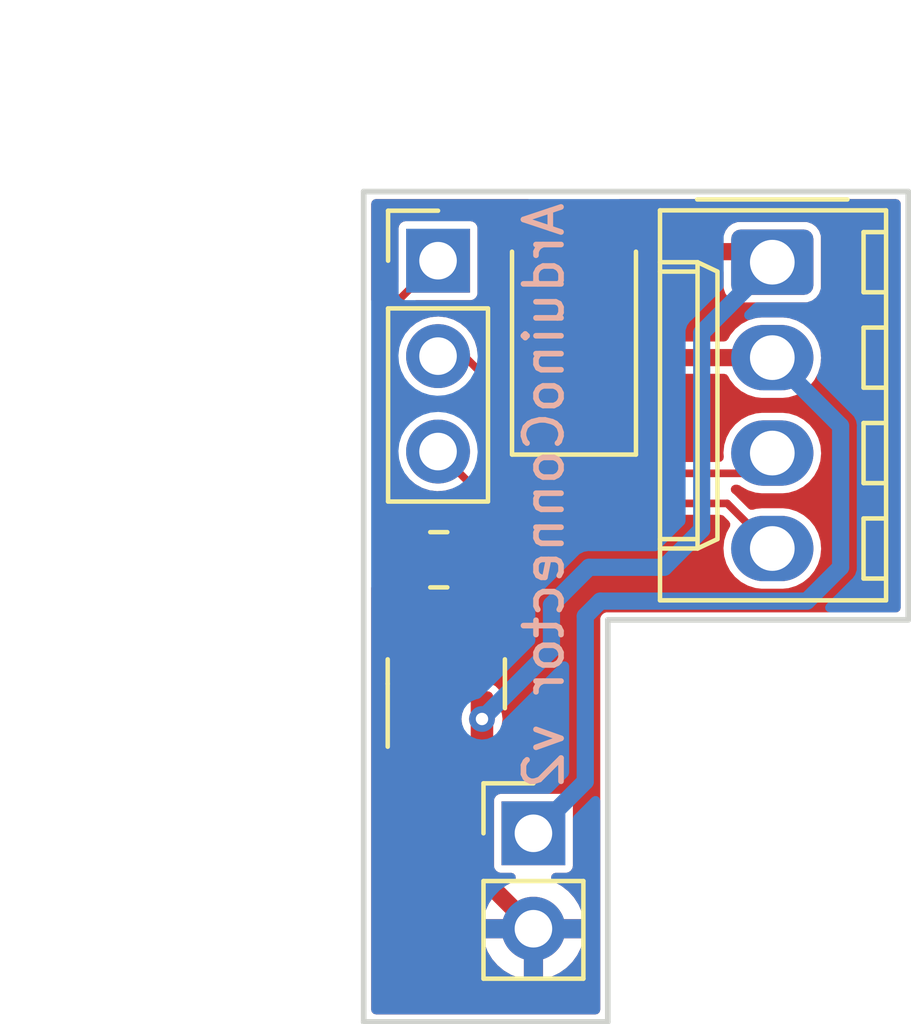
<source format=kicad_pcb>
(kicad_pcb (version 20211014) (generator pcbnew)
  (title_block (title "ArduinoConnector") (date "2022-03-13") (rev "v1"))
  (layers (0 "F.Cu" signal) (31 "B.Cu" signal) (34 "B.Paste" user) (35 "F.Paste" user) (36 "B.SilkS" user "B.Silkscreen") (37 "F.SilkS" user "F.Silkscreen") (38 "B.Mask" user) (39 "F.Mask" user) (44 "Edge.Cuts" user))
  (net 0 "")
  (net 1 "+5V")
  (net 2 "/FAN_GND")
  (net 3 "/POWER")
  (net 4 "Net-(Q1-Pad1)")
  (net 5 "/SENSE")
  (net 6 "/PWM")
  (net 7 "GND")
  (footprint "Connector_PinHeader_2.54mm:PinHeader_1x03_P2.54mm_Vertical" (layer "F.Cu") (at 119.38 78.74)
    (fp_text reference "J1" hide)
    (fp_text value "Ard1" hide)
    (fp_line (start -1.33 1.27) (end -1.33 6.41) (layer "F.SilkS") (width 0.12))
    (fp_line (start -1.33 1.27) (end 1.33 1.27) (layer "F.SilkS") (width 0.12))
    (fp_line (start -1.33 0) (end -1.33 -1.33) (layer "F.SilkS") (width 0.12))
    (fp_line (start -1.33 6.41) (end 1.33 6.41) (layer "F.SilkS") (width 0.12))
    (fp_line (start 1.33 1.27) (end 1.33 6.41) (layer "F.SilkS") (width 0.12))
    (fp_line (start -1.33 -1.33) (end 0 -1.33) (layer "F.SilkS") (width 0.12))
    (pad "1" thru_hole rect (at 0 0) (size 1.7 1.7) (drill 1) (layers *.Cu *.Mask) (net 3 "/POWER"))
    (pad "2" thru_hole oval (at 0 2.54) (size 1.7 1.7) (drill 1) (layers *.Cu *.Mask) (net 5 "/SENSE"))
    (pad "3" thru_hole oval (at 0 5.08) (size 1.7 1.7) (drill 1) (layers *.Cu *.Mask) (net 6 "/PWM"))
  )
  (footprint "Package_TO_SOT_SMD:SOT-23" (layer "F.Cu") (at 119.6 90 90)
    (fp_text reference "Q1" hide)
    (fp_text value "MMBT100" hide)
    (fp_line (start 0 1.56) (end 0.65 1.56) (layer "F.SilkS") (width 0.12))
    (fp_line (start 0 -1.56) (end 0.65 -1.56) (layer "F.SilkS") (width 0.12))
    (fp_line (start 0 1.56) (end -0.65 1.56) (layer "F.SilkS") (width 0.12))
    (fp_line (start 0 -1.56) (end -1.675 -1.56) (layer "F.SilkS") (width 0.12))
    (pad "1" smd roundrect (at -0.9375 -0.95 90) (size 1.475 0.6) (layers "F.Cu" "F.Paste" "F.Mask") (net 4 "Net-(Q1-Pad1)"))
    (pad "2" smd roundrect (at -0.9375 0.95 90) (size 1.475 0.6) (layers "F.Cu" "F.Paste" "F.Mask") (net 2 "/FAN_GND"))
    (pad "3" smd roundrect (at 0.9375 0 90) (size 1.475 0.6) (layers "F.Cu" "F.Paste" "F.Mask") (net 7 "GND"))
  )
  (footprint "Resistor_SMD:R_0805_2012Metric" (layer "F.Cu") (at 119.4 86.7)
    (fp_text reference "R1" hide)
    (fp_text value "330" hide)
    (fp_line (start -0.227064 0.735) (end 0.227064 0.735) (layer "F.SilkS") (width 0.12))
    (fp_line (start -0.227064 -0.735) (end 0.227064 -0.735) (layer "F.SilkS") (width 0.12))
    (pad "1" smd roundrect (at -0.9125 0) (size 1.025 1.4) (layers "F.Cu" "F.Paste" "F.Mask") (roundrect_rratio 0.243902439) (net 3 "/POWER"))
    (pad "2" smd roundrect (at 0.9125 0) (size 1.025 1.4) (layers "F.Cu" "F.Paste" "F.Mask") (roundrect_rratio 0.243902439) (net 4 "Net-(Q1-Pad1)"))
  )
  (footprint "Diode_SMD:D_SMA" (layer "F.Cu") (at 123 80.5 90)
    (fp_text reference "D1" hide)
    (fp_text value "1N5819" hide)
    (fp_line (start -3.4 -1.65) (end -3.4 1.65) (layer "F.SilkS") (width 0.12))
    (fp_line (start -3.4 -1.65) (end 2 -1.65) (layer "F.SilkS") (width 0.12))
    (fp_line (start -3.4 1.65) (end 2 1.65) (layer "F.SilkS") (width 0.12))
    (pad "1" smd rect (at -2 0 90) (size 2.5 1.8) (layers "F.Cu" "F.Paste" "F.Mask") (net 1 "+5V"))
    (pad "2" smd rect (at 2 0 90) (size 2.5 1.8) (layers "F.Cu" "F.Paste" "F.Mask") (net 2 "/FAN_GND"))
  )
  (footprint "Connector_Molex:Molex_KK-254_AE-6410-04A_1x04_P2.54mm_Vertical" (layer "F.Cu") (at 128.28 78.78 -90)
    (fp_text reference "J3" hide)
    (fp_text value "FAN" hide)
    (fp_line (start 0 1.99) (end 0.25 1.46) (layer "F.SilkS") (width 0.12))
    (fp_line (start -1.38 2.99) (end 9 2.99) (layer "F.SilkS") (width 0.12))
    (fp_line (start 9 -3.03) (end -1.38 -3.03) (layer "F.SilkS") (width 0.12))
    (fp_line (start 0.8 -2.43) (end 0.8 -3.03) (layer "F.SilkS") (width 0.12))
    (fp_line (start 4.28 -2.43) (end 5.88 -2.43) (layer "F.SilkS") (width 0.12))
    (fp_line (start -0.8 -3.03) (end -0.8 -2.43) (layer "F.SilkS") (width 0.12))
    (fp_line (start 8.42 -2.43) (end 8.42 -3.03) (layer "F.SilkS") (width 0.12))
    (fp_line (start 0.25 1.46) (end 7.37 1.46) (layer "F.SilkS") (width 0.12))
    (fp_line (start -0.8 -2.43) (end 0.8 -2.43) (layer "F.SilkS") (width 0.12))
    (fp_line (start -1.67 -2) (end -1.67 2) (layer "F.SilkS") (width 0.12))
    (fp_line (start 1.74 -3.03) (end 1.74 -2.43) (layer "F.SilkS") (width 0.12))
    (fp_line (start 1.74 -2.43) (end 3.34 -2.43) (layer "F.SilkS") (width 0.12))
    (fp_line (start 3.34 -2.43) (end 3.34 -3.03) (layer "F.SilkS") (width 0.12))
    (fp_line (start 6.82 -2.43) (end 8.42 -2.43) (layer "F.SilkS") (width 0.12))
    (fp_line (start -1.38 -3.03) (end -1.38 2.99) (layer "F.SilkS") (width 0.12))
    (fp_line (start 7.37 1.46) (end 7.62 1.99) (layer "F.SilkS") (width 0.12))
    (fp_line (start 7.37 2.99) (end 7.37 1.99) (layer "F.SilkS") (width 0.12))
    (fp_line (start 0.25 2.99) (end 0.25 1.99) (layer "F.SilkS") (width 0.12))
    (fp_line (start 5.88 -2.43) (end 5.88 -3.03) (layer "F.SilkS") (width 0.12))
    (fp_line (start 6.82 -3.03) (end 6.82 -2.43) (layer "F.SilkS") (width 0.12))
    (fp_line (start 0 1.99) (end 7.62 1.99) (layer "F.SilkS") (width 0.12))
    (fp_line (start 7.62 1.99) (end 7.62 2.99) (layer "F.SilkS") (width 0.12))
    (fp_line (start 0 2.99) (end 0 1.99) (layer "F.SilkS") (width 0.12))
    (fp_line (start 9 2.99) (end 9 -3.03) (layer "F.SilkS") (width 0.12))
    (fp_line (start 4.28 -3.03) (end 4.28 -2.43) (layer "F.SilkS") (width 0.12))
    (pad "1" thru_hole roundrect (at 0 0 270) (size 1.74 2.19) (drill 1.19) (layers *.Cu *.Mask) (roundrect_rratio 0.1436781609) (net 2 "/FAN_GND"))
    (pad "2" thru_hole oval (at 2.54 0 270) (size 1.74 2.19) (drill 1.19) (layers *.Cu *.Mask) (net 1 "+5V"))
    (pad "3" thru_hole oval (at 5.08 0 270) (size 1.74 2.19) (drill 1.19) (layers *.Cu *.Mask) (net 5 "/SENSE"))
    (pad "4" thru_hole oval (at 7.62 0 270) (size 1.74 2.19) (drill 1.19) (layers *.Cu *.Mask) (net 6 "/PWM"))
  )
  (footprint "Connector_PinHeader_2.54mm:PinHeader_1x02_P2.54mm_Vertical" (layer "F.Cu") (at 121.92 93.98)
    (fp_text reference "J2" hide)
    (fp_text value "Ard2" hide)
    (fp_line (start -1.33 3.87) (end 1.33 3.87) (layer "F.SilkS") (width 0.12))
    (fp_line (start -1.33 1.27) (end -1.33 3.87) (layer "F.SilkS") (width 0.12))
    (fp_line (start -1.33 1.27) (end 1.33 1.27) (layer "F.SilkS") (width 0.12))
    (fp_line (start 1.33 1.27) (end 1.33 3.87) (layer "F.SilkS") (width 0.12))
    (fp_line (start -1.33 -1.33) (end 0 -1.33) (layer "F.SilkS") (width 0.12))
    (fp_line (start -1.33 0) (end -1.33 -1.33) (layer "F.SilkS") (width 0.12))
    (pad "1" thru_hole rect (at 0 0) (size 1.7 1.7) (drill 1) (layers *.Cu *.Mask) (net 1 "+5V"))
    (pad "2" thru_hole oval (at 0 2.54) (size 1.7 1.7) (drill 1) (layers *.Cu *.Mask) (net 7 "GND"))
  )
  (gr_line (start 117.4 76.9) (end 131.9 76.9) (layer "Edge.Cuts") (width 0.15))
  (gr_line (start 131.9 76.9) (end 131.9 88.3) (layer "Edge.Cuts") (width 0.15))
  (gr_line (start 123.9 99) (end 117.4 99) (layer "Edge.Cuts") (width 0.15))
  (gr_line (start 117.4 99) (end 117.4 76.9) (layer "Edge.Cuts") (width 0.15))
  (gr_line (start 123.9 99) (end 123.9 88.3) (layer "Edge.Cuts") (width 0.15))
  (gr_line (start 123.9 88.3) (end 131.9 88.3) (layer "Edge.Cuts") (width 0.15))
  (gr_text "ArduinoConnector v2" (at 122.2 85 90) (layer "B.SilkS") (effects (font (size 1 1)) (justify mirror)))
  (segment (start 124.18 81.32) (end 128.28 81.32) (width 0.4572) (layer "F.Cu") (net 1))
  (segment (start 123 82.5) (end 124.18 81.32) (width 0.4572) (layer "F.Cu") (net 1))
  (segment (start 123.3 92.6) (end 123.3 88.2) (width 0.4572) (layer "B.Cu") (net 1))
  (segment (start 130.1 83.14) (end 128.28 81.32) (width 0.4572) (layer "B.Cu") (net 1))
  (segment (start 123.7 87.8) (end 129.2 87.8) (width 0.4572) (layer "B.Cu") (net 1))
  (segment (start 123.3 88.2) (end 123.7 87.8) (width 0.4572) (layer "B.Cu") (net 1))
  (segment (start 130.1 86.9) (end 130.1 83.14) (width 0.4572) (layer "B.Cu") (net 1))
  (segment (start 129.2 87.8) (end 130.1 86.9) (width 0.4572) (layer "B.Cu") (net 1))
  (segment (start 121.92 93.98) (end 123.3 92.6) (width 0.4572) (layer "B.Cu") (net 1))
  (segment (start 123 78.5) (end 128 78.5) (width 0.4572) (layer "F.Cu") (net 2))
  (segment (start 128 78.5) (end 128.28 78.78) (width 0.4572) (layer "F.Cu") (net 2))
  (via (at 120.55 90.9375) (size 0.6858) (drill 0.3302) (layers "F.Cu" "B.Cu") (net 2))
  (segment (start 128.28 78.78) (end 126.4 80.66) (width 0.4572) (layer "B.Cu") (net 2))
  (segment (start 123.4 86.9) (end 122.4 87.9) (width 0.4572) (layer "B.Cu") (net 2))
  (segment (start 122.4 87.9) (end 122.4 89.0875) (width 0.4572) (layer "B.Cu") (net 2))
  (segment (start 125.4 86.9) (end 123.4 86.9) (width 0.4572) (layer "B.Cu") (net 2))
  (segment (start 126.4 80.66) (end 126.4 85.9) (width 0.4572) (layer "B.Cu") (net 2))
  (segment (start 126.4 85.9) (end 125.4 86.9) (width 0.4572) (layer "B.Cu") (net 2))
  (segment (start 122.4 89.0875) (end 120.55 90.9375) (width 0.4572) (layer "B.Cu") (net 2))
  (segment (start 118 86.2125) (end 118 80.12) (width 0.2032) (layer "F.Cu") (net 3))
  (segment (start 118.4875 86.7) (end 118 86.2125) (width 0.2032) (layer "F.Cu") (net 3))
  (segment (start 118 80.12) (end 119.38 78.74) (width 0.2032) (layer "F.Cu") (net 3))
  (segment (start 118.65 88.3625) (end 120.3125 86.7) (width 0.1524) (layer "F.Cu") (net 4))
  (segment (start 118.65 90.9375) (end 118.65 88.3625) (width 0.1524) (layer "F.Cu") (net 4))
  (segment (start 121.6 84.1) (end 121.9 84.4) (width 0.2032) (layer "F.Cu") (net 5))
  (segment (start 120.08 81.28) (end 121.6 82.8) (width 0.2032) (layer "F.Cu") (net 5))
  (segment (start 121.6 82.8) (end 121.6 84.1) (width 0.2032) (layer "F.Cu") (net 5))
  (segment (start 121.9 84.4) (end 127.74 84.4) (width 0.2032) (layer "F.Cu") (net 5))
  (segment (start 127.74 84.4) (end 128.28 83.86) (width 0.2032) (layer "F.Cu") (net 5))
  (segment (start 119.38 81.28) (end 120.08 81.28) (width 0.2032) (layer "F.Cu") (net 5))
  (segment (start 127.08 85.2) (end 128.28 86.4) (width 0.2032) (layer "F.Cu") (net 6))
  (segment (start 120.76 85.2) (end 127.08 85.2) (width 0.2032) (layer "F.Cu") (net 6))
  (segment (start 119.38 83.82) (end 120.76 85.2) (width 0.2032) (layer "F.Cu") (net 6))
  (segment (start 119.6 89.0625) (end 119.6 94.2) (width 0.4572) (layer "F.Cu") (net 7))
  (segment (start 119.6 94.2) (end 121.92 96.52) (width 0.4572) (layer "F.Cu") (net 7))
  (zone (net 7) (net_name "GND") (layers F&B.Cu) (name "GND") (connect_pads (clearance 0.2)) (min_thickness 0.254) (fill yes (thermal_gap 0.508) (thermal_bridge_width 0.508))
    (polygon (pts (xy 123.9 88.3) (xy 123.9 99) (xy 117.4 99) (xy 117.4 76.9) (xy 131.9 76.9) (xy 131.9 88.3)))
  )
)
</source>
